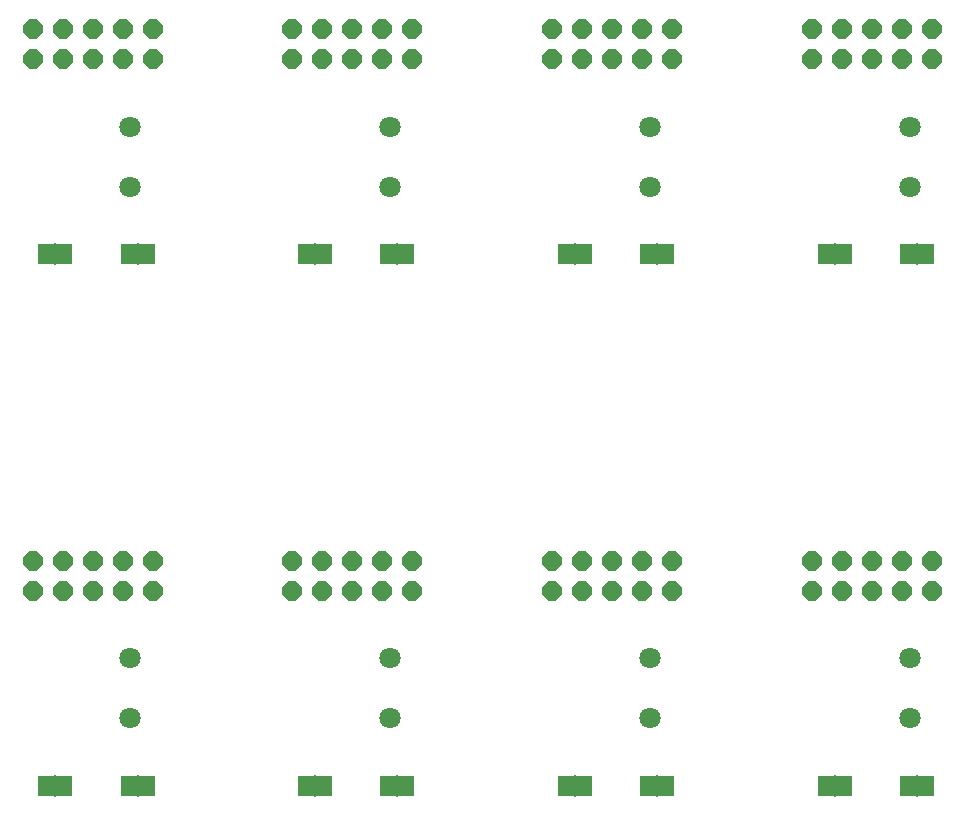
<source format=gbs>
%MOIN*%
%OFA0B0*%
%FSLAX25Y25*%
%IPPOS*%
%LPD*%
%AMOC8*
5,1,8,0,0,$1,22.5*%
%AMCOMP65*
4,1,7,
-0.013254807051444783,0.031999934950236529,
0.013254807051444779,0.031999934950236529,
0.031999934950236529,0.013254807051444786,
0.031999934950236529,-0.013254807051444779,
0.013254807051444788,-0.031999934950236529,
-0.013254807051444778,-0.031999934950236536,
-0.031999934950236522,-0.01325480705144479,
-0.031999934950236536,0.013254807051444778,
0*%
%AMOC80*
5,1,8,0,0,$1,22.5*%
%AMCOMP690*
4,1,7,
-0.013254807051444783,0.031999934950236529,
0.013254807051444779,0.031999934950236529,
0.031999934950236529,0.013254807051444786,
0.031999934950236529,-0.013254807051444779,
0.013254807051444788,-0.031999934950236529,
-0.013254807051444778,-0.031999934950236536,
-0.031999934950236522,-0.01325480705144479,
-0.031999934950236536,0.013254807051444778,
0*%
%AMOC81*
5,1,8,0,0,$1,22.5*%
%AMCOMP730*
4,1,7,
-0.013254807051444783,0.031999934950236529,
0.013254807051444779,0.031999934950236529,
0.031999934950236529,0.013254807051444786,
0.031999934950236529,-0.013254807051444779,
0.013254807051444788,-0.031999934950236529,
-0.013254807051444778,-0.031999934950236536,
-0.031999934950236522,-0.01325480705144479,
-0.031999934950236536,0.013254807051444778,
0*%
%AMOC80*
5,1,8,0,0,$1,22.5*%
%AMCOMP770*
4,1,7,
-0.013254807051444783,0.031999934950236529,
0.013254807051444779,0.031999934950236529,
0.031999934950236529,0.013254807051444786,
0.031999934950236529,-0.013254807051444779,
0.013254807051444788,-0.031999934950236529,
-0.013254807051444778,-0.031999934950236536,
-0.031999934950236522,-0.01325480705144479,
-0.031999934950236536,0.013254807051444778,
0*%
%AMOC81*
5,1,8,0,0,$1,22.5*%
%AMCOMP810*
4,1,7,
-0.013254807051444783,0.031999934950236529,
0.013254807051444779,0.031999934950236529,
0.031999934950236529,0.013254807051444786,
0.031999934950236529,-0.013254807051444779,
0.013254807051444788,-0.031999934950236529,
-0.013254807051444778,-0.031999934950236536,
-0.031999934950236522,-0.01325480705144479,
-0.031999934950236536,0.013254807051444778,
0*%
%AMOC80*
5,1,8,0,0,$1,22.5*%
%AMCOMP850*
4,1,7,
-0.013254807051444783,0.031999934950236529,
0.013254807051444779,0.031999934950236529,
0.031999934950236529,0.013254807051444786,
0.031999934950236529,-0.013254807051444779,
0.013254807051444788,-0.031999934950236529,
-0.013254807051444778,-0.031999934950236536,
-0.031999934950236522,-0.01325480705144479,
-0.031999934950236536,0.013254807051444778,
0*%
%AMOC81*
5,1,8,0,0,$1,22.5*%
%AMCOMP890*
4,1,7,
-0.013254807051444783,0.031999934950236529,
0.013254807051444779,0.031999934950236529,
0.031999934950236529,0.013254807051444786,
0.031999934950236529,-0.013254807051444779,
0.013254807051444788,-0.031999934950236529,
-0.013254807051444778,-0.031999934950236536,
-0.031999934950236522,-0.01325480705144479,
-0.031999934950236536,0.013254807051444778,
0*%
%AMOC80*
5,1,8,0,0,$1,22.5*%
%AMCOMP930*
4,1,7,
-0.013254807051444783,0.031999934950236529,
0.013254807051444779,0.031999934950236529,
0.031999934950236529,0.013254807051444786,
0.031999934950236529,-0.013254807051444779,
0.013254807051444788,-0.031999934950236529,
-0.013254807051444778,-0.031999934950236536,
-0.031999934950236522,-0.01325480705144479,
-0.031999934950236536,0.013254807051444778,
0*%
%ADD10R,0.054X0.071*%
%ADD11R,0.006000000000000001X0.072*%
%AMCOMP97*
4,1,7,
-0.013254807051444783,0.031999934950236529,
0.013254807051444779,0.031999934950236529,
0.031999934950236529,0.013254807051444786,
0.031999934950236529,-0.013254807051444779,
0.013254807051444788,-0.031999934950236529,
-0.013254807051444778,-0.031999934950236536,
-0.031999934950236522,-0.01325480705144479,
-0.031999934950236536,0.013254807051444778,
0*%
%ADD12COMP97,0.064*%
%ADD13C,0.07099*%
%ADD24R,0.054X0.071*%
%ADD25R,0.006000000000000001X0.072*%
%AMCOMP98*
4,1,7,
-0.013254807051444783,0.031999934950236529,
0.013254807051444779,0.031999934950236529,
0.031999934950236529,0.013254807051444786,
0.031999934950236529,-0.013254807051444779,
0.013254807051444788,-0.031999934950236529,
-0.013254807051444778,-0.031999934950236536,
-0.031999934950236522,-0.01325480705144479,
-0.031999934950236536,0.013254807051444778,
0*%
%ADD26COMP98,0.064*%
%ADD27C,0.07099*%
%ADD28R,0.054X0.071*%
%ADD29R,0.006000000000000001X0.072*%
%AMCOMP99*
4,1,7,
-0.013254807051444783,0.031999934950236529,
0.013254807051444779,0.031999934950236529,
0.031999934950236529,0.013254807051444786,
0.031999934950236529,-0.013254807051444779,
0.013254807051444788,-0.031999934950236529,
-0.013254807051444778,-0.031999934950236536,
-0.031999934950236522,-0.01325480705144479,
-0.031999934950236536,0.013254807051444778,
0*%
%ADD30COMP99,0.064*%
%ADD31C,0.07099*%
%ADD32R,0.054X0.071*%
%ADD33R,0.006000000000000001X0.072*%
%AMCOMP100*
4,1,7,
-0.013254807051444783,0.031999934950236529,
0.013254807051444779,0.031999934950236529,
0.031999934950236529,0.013254807051444786,
0.031999934950236529,-0.013254807051444779,
0.013254807051444788,-0.031999934950236529,
-0.013254807051444778,-0.031999934950236536,
-0.031999934950236522,-0.01325480705144479,
-0.031999934950236536,0.013254807051444778,
0*%
%ADD34COMP100,0.064*%
%ADD35C,0.07099*%
%ADD36R,0.054X0.071*%
%ADD37R,0.006000000000000001X0.072*%
%AMCOMP101*
4,1,7,
-0.013254807051444783,0.031999934950236529,
0.013254807051444779,0.031999934950236529,
0.031999934950236529,0.013254807051444786,
0.031999934950236529,-0.013254807051444779,
0.013254807051444788,-0.031999934950236529,
-0.013254807051444778,-0.031999934950236536,
-0.031999934950236522,-0.01325480705144479,
-0.031999934950236536,0.013254807051444778,
0*%
%ADD38COMP101,0.064*%
%ADD39C,0.07099*%
%ADD40R,0.054X0.071*%
%ADD41R,0.006000000000000001X0.072*%
%AMCOMP102*
4,1,7,
-0.013254807051444783,0.031999934950236529,
0.013254807051444779,0.031999934950236529,
0.031999934950236529,0.013254807051444786,
0.031999934950236529,-0.013254807051444779,
0.013254807051444788,-0.031999934950236529,
-0.013254807051444778,-0.031999934950236536,
-0.031999934950236522,-0.01325480705144479,
-0.031999934950236536,0.013254807051444778,
0*%
%ADD42COMP102,0.064*%
%ADD43C,0.07099*%
%ADD44R,0.054X0.071*%
%ADD45R,0.006000000000000001X0.072*%
%AMCOMP103*
4,1,7,
-0.013254807051444783,0.031999934950236529,
0.013254807051444779,0.031999934950236529,
0.031999934950236529,0.013254807051444786,
0.031999934950236529,-0.013254807051444779,
0.013254807051444788,-0.031999934950236529,
-0.013254807051444778,-0.031999934950236536,
-0.031999934950236522,-0.01325480705144479,
-0.031999934950236536,0.013254807051444778,
0*%
%ADD46COMP103,0.064*%
%ADD47C,0.07099*%
%ADD48R,0.054X0.071*%
%ADD49R,0.006000000000000001X0.072*%
%AMCOMP104*
4,1,7,
-0.013254807051444783,0.031999934950236529,
0.013254807051444779,0.031999934950236529,
0.031999934950236529,0.013254807051444786,
0.031999934950236529,-0.013254807051444779,
0.013254807051444788,-0.031999934950236529,
-0.013254807051444778,-0.031999934950236536,
-0.031999934950236522,-0.01325480705144479,
-0.031999934950236536,0.013254807051444778,
0*%
%ADD50COMP104,0.064*%
%ADD51C,0.07099*%
G75*
D10*
X0019685Y0011811D02*
X0043472Y0093598D03*
X0049472Y0093598D03*
X0070972Y0093598D03*
X0076972Y0093598D03*
D11*
X0073972Y0093598D03*
X0046472Y0093598D03*
D12*
X0048972Y0158598D03*
X0048972Y0168598D03*
X0038972Y0168598D03*
X0038972Y0158598D03*
X0058972Y0158598D03*
X0058972Y0168598D03*
X0068972Y0168598D03*
X0068972Y0158598D03*
X0078972Y0158598D03*
X0078972Y0168598D03*
D13*
X0071472Y0136098D03*
X0071472Y0116097D03*
G04 next file*
G75*
D24*
X0106299Y0011811D02*
X0130085Y0093598D03*
X0136086Y0093598D03*
X0157586Y0093598D03*
X0163586Y0093598D03*
D25*
X0160586Y0093598D03*
X0133086Y0093598D03*
D26*
X0135586Y0158598D03*
X0135586Y0168598D03*
X0125586Y0168598D03*
X0125586Y0158598D03*
X0145586Y0158598D03*
X0145586Y0168598D03*
X0155586Y0168598D03*
X0155586Y0158598D03*
X0165586Y0158598D03*
X0165586Y0168598D03*
D27*
X0158086Y0136098D03*
X0158086Y0116097D03*
G04 next file*
G75*
D28*
X0192913Y0011811D02*
X0216699Y0093598D03*
X0222700Y0093598D03*
X0244200Y0093598D03*
X0250199Y0093598D03*
D29*
X0247200Y0093598D03*
X0219700Y0093598D03*
D30*
X0222200Y0158598D03*
X0222200Y0168598D03*
X0212200Y0168598D03*
X0212200Y0158598D03*
X0232200Y0158598D03*
X0232200Y0168598D03*
X0242200Y0168598D03*
X0242200Y0158598D03*
X0252199Y0158598D03*
X0252199Y0168598D03*
D31*
X0244700Y0136098D03*
X0244700Y0116097D03*
G04 next file*
G75*
D32*
X0279527Y0011811D02*
X0303314Y0093598D03*
X0309314Y0093598D03*
X0330814Y0093598D03*
X0336814Y0093598D03*
D33*
X0333813Y0093598D03*
X0306314Y0093598D03*
D34*
X0308814Y0158598D03*
X0308814Y0168598D03*
X0298814Y0168598D03*
X0298814Y0158598D03*
X0318814Y0158598D03*
X0318814Y0168598D03*
X0328814Y0168598D03*
X0328814Y0158598D03*
X0338814Y0158598D03*
X0338814Y0168598D03*
D35*
X0331314Y0136098D03*
X0331314Y0116097D03*
G04 next file*
G75*
D36*
X0019685Y0188976D02*
X0043472Y0270762D03*
X0049472Y0270762D03*
X0070972Y0270762D03*
X0076972Y0270762D03*
D37*
X0073972Y0270762D03*
X0046472Y0270762D03*
D38*
X0048972Y0335763D03*
X0048972Y0345763D03*
X0038972Y0345763D03*
X0038972Y0335763D03*
X0058972Y0335763D03*
X0058972Y0345763D03*
X0068972Y0345763D03*
X0068972Y0335763D03*
X0078972Y0335763D03*
X0078972Y0345763D03*
D39*
X0071472Y0313263D03*
X0071472Y0293263D03*
G04 next file*
G75*
D40*
X0106299Y0188976D02*
X0130085Y0270762D03*
X0136086Y0270762D03*
X0157586Y0270762D03*
X0163586Y0270762D03*
D41*
X0160586Y0270762D03*
X0133086Y0270762D03*
D42*
X0135586Y0335763D03*
X0135586Y0345763D03*
X0125586Y0345763D03*
X0125586Y0335763D03*
X0145586Y0335763D03*
X0145586Y0345763D03*
X0155586Y0345763D03*
X0155586Y0335763D03*
X0165586Y0335763D03*
X0165586Y0345763D03*
D43*
X0158086Y0313263D03*
X0158086Y0293263D03*
G04 next file*
G75*
D44*
X0192913Y0188976D02*
X0216699Y0270762D03*
X0222700Y0270762D03*
X0244200Y0270762D03*
X0250199Y0270762D03*
D45*
X0247200Y0270762D03*
X0219700Y0270762D03*
D46*
X0222200Y0335763D03*
X0222200Y0345763D03*
X0212200Y0345763D03*
X0212200Y0335763D03*
X0232200Y0335763D03*
X0232200Y0345763D03*
X0242200Y0345763D03*
X0242200Y0335763D03*
X0252199Y0335763D03*
X0252199Y0345763D03*
D47*
X0244700Y0313263D03*
X0244700Y0293263D03*
G04 next file*
G75*
D48*
X0279527Y0188976D02*
X0303314Y0270762D03*
X0309314Y0270762D03*
X0330814Y0270762D03*
X0336814Y0270762D03*
D49*
X0333813Y0270762D03*
X0306314Y0270762D03*
D50*
X0308814Y0335763D03*
X0308814Y0345763D03*
X0298814Y0345763D03*
X0298814Y0335763D03*
X0318814Y0335763D03*
X0318814Y0345763D03*
X0328814Y0345763D03*
X0328814Y0335763D03*
X0338814Y0335763D03*
X0338814Y0345763D03*
D51*
X0331314Y0313263D03*
X0331314Y0293263D03*
M02*
</source>
